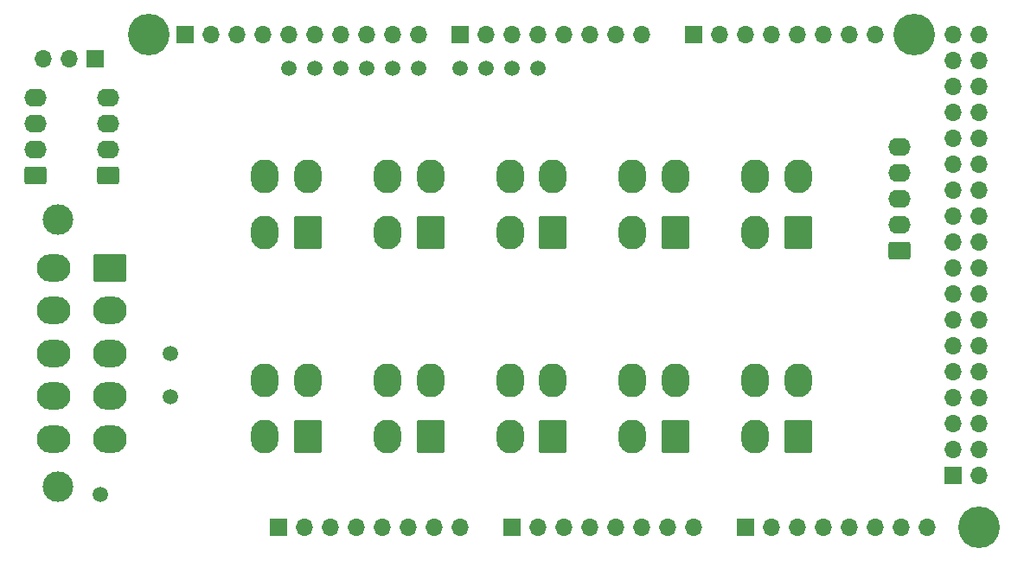
<source format=gbr>
%TF.GenerationSoftware,KiCad,Pcbnew,(6.0.9)*%
%TF.CreationDate,2023-03-29T11:59:05-08:00*%
%TF.ProjectId,ABSIS_Backlight Controller,41425349-535f-4426-9163-6b6c69676874,6*%
%TF.SameCoordinates,Original*%
%TF.FileFunction,Soldermask,Bot*%
%TF.FilePolarity,Negative*%
%FSLAX46Y46*%
G04 Gerber Fmt 4.6, Leading zero omitted, Abs format (unit mm)*
G04 Created by KiCad (PCBNEW (6.0.9)) date 2023-03-29 11:59:05*
%MOMM*%
%LPD*%
G01*
G04 APERTURE LIST*
G04 Aperture macros list*
%AMRoundRect*
0 Rectangle with rounded corners*
0 $1 Rounding radius*
0 $2 $3 $4 $5 $6 $7 $8 $9 X,Y pos of 4 corners*
0 Add a 4 corners polygon primitive as box body*
4,1,4,$2,$3,$4,$5,$6,$7,$8,$9,$2,$3,0*
0 Add four circle primitives for the rounded corners*
1,1,$1+$1,$2,$3*
1,1,$1+$1,$4,$5*
1,1,$1+$1,$6,$7*
1,1,$1+$1,$8,$9*
0 Add four rect primitives between the rounded corners*
20,1,$1+$1,$2,$3,$4,$5,0*
20,1,$1+$1,$4,$5,$6,$7,0*
20,1,$1+$1,$6,$7,$8,$9,0*
20,1,$1+$1,$8,$9,$2,$3,0*%
G04 Aperture macros list end*
%ADD10C,4.064000*%
%ADD11RoundRect,0.250000X0.845000X-0.620000X0.845000X0.620000X-0.845000X0.620000X-0.845000X-0.620000X0*%
%ADD12O,2.190000X1.740000*%
%ADD13C,1.500000*%
%ADD14R,1.700000X1.700000*%
%ADD15O,1.700000X1.700000*%
%ADD16C,3.000000*%
%ADD17RoundRect,0.250001X-1.399999X1.099999X-1.399999X-1.099999X1.399999X-1.099999X1.399999X1.099999X0*%
%ADD18O,3.300000X2.700000*%
%ADD19RoundRect,0.250001X1.099999X1.399999X-1.099999X1.399999X-1.099999X-1.399999X1.099999X-1.399999X0*%
%ADD20O,2.700000X3.300000*%
G04 APERTURE END LIST*
D10*
%TO.C,MK3*%
X96520000Y2540000D03*
%TD*%
%TO.C,MK4*%
X15240000Y50800000D03*
%TD*%
%TO.C,MK6*%
X90170000Y50800000D03*
%TD*%
D11*
%TO.C,J14*%
X88770000Y29560000D03*
D12*
X88770000Y32100000D03*
X88770000Y34640000D03*
X88770000Y37180000D03*
X88770000Y39720000D03*
%TD*%
D13*
%TO.C,TP1*%
X10524000Y5688000D03*
%TD*%
%TO.C,TP2*%
X17336000Y19494000D03*
%TD*%
%TO.C,TP4*%
X17399000Y15304000D03*
%TD*%
%TO.C,11*%
X45720000Y47498000D03*
%TD*%
%TO.C,6*%
X31496000Y47498000D03*
%TD*%
%TO.C,TP5*%
X28956000Y47498000D03*
%TD*%
%TO.C,12*%
X48260000Y47498000D03*
%TD*%
%TO.C,10*%
X41656000Y47498000D03*
%TD*%
%TO.C,9*%
X39116000Y47498000D03*
%TD*%
%TO.C,13*%
X50800000Y47498000D03*
%TD*%
%TO.C,8*%
X36576000Y47498000D03*
%TD*%
%TO.C,TP14*%
X53340000Y47498000D03*
%TD*%
%TO.C,7*%
X34036000Y47498000D03*
%TD*%
D14*
%TO.C,J16*%
X10016000Y48360000D03*
D15*
X7476000Y48360000D03*
X4936000Y48360000D03*
%TD*%
D11*
%TO.C,J12*%
X4174000Y36930000D03*
D12*
X4174000Y39470000D03*
X4174000Y42010000D03*
X4174000Y44550000D03*
%TD*%
D11*
%TO.C,J13*%
X11286000Y36930000D03*
D12*
X11286000Y39470000D03*
X11286000Y42010000D03*
X11286000Y44550000D03*
%TD*%
D16*
%TO.C,J1*%
X6390000Y32640000D03*
X6390000Y6440000D03*
D17*
X11430000Y27940000D03*
D18*
X11430000Y23740000D03*
X11430000Y19540000D03*
X11430000Y15340000D03*
X11430000Y11140000D03*
X5930000Y27940000D03*
X5930000Y23740000D03*
X5930000Y19540000D03*
X5930000Y15340000D03*
X5930000Y11140000D03*
%TD*%
D14*
%TO.C,P1*%
X93980000Y7620000D03*
D15*
X96520000Y7620000D03*
X93980000Y10160000D03*
X96520000Y10160000D03*
X93980000Y12700000D03*
X96520000Y12700000D03*
X93980000Y15240000D03*
X96520000Y15240000D03*
X93980000Y17780000D03*
X96520000Y17780000D03*
X93980000Y20320000D03*
X96520000Y20320000D03*
X93980000Y22860000D03*
X96520000Y22860000D03*
X93980000Y25400000D03*
X96520000Y25400000D03*
X93980000Y27940000D03*
X96520000Y27940000D03*
X93980000Y30480000D03*
X96520000Y30480000D03*
X93980000Y33020000D03*
X96520000Y33020000D03*
X93980000Y35560000D03*
X96520000Y35560000D03*
X93980000Y38100000D03*
X96520000Y38100000D03*
X93980000Y40640000D03*
X96520000Y40640000D03*
X93980000Y43180000D03*
X96520000Y43180000D03*
X93980000Y45720000D03*
X96520000Y45720000D03*
X93980000Y48260000D03*
X96520000Y48260000D03*
X93980000Y50800000D03*
X96520000Y50800000D03*
%TD*%
D14*
%TO.C,P2*%
X27940000Y2540000D03*
D15*
X30480000Y2540000D03*
X33020000Y2540000D03*
X35560000Y2540000D03*
X38100000Y2540000D03*
X40640000Y2540000D03*
X43180000Y2540000D03*
X45720000Y2540000D03*
%TD*%
D14*
%TO.C,P3*%
X50800000Y2540000D03*
D15*
X53340000Y2540000D03*
X55880000Y2540000D03*
X58420000Y2540000D03*
X60960000Y2540000D03*
X63500000Y2540000D03*
X66040000Y2540000D03*
X68580000Y2540000D03*
%TD*%
D14*
%TO.C,P4*%
X73660000Y2540000D03*
D15*
X76200000Y2540000D03*
X78740000Y2540000D03*
X81280000Y2540000D03*
X83820000Y2540000D03*
X86360000Y2540000D03*
X88900000Y2540000D03*
X91440000Y2540000D03*
%TD*%
D14*
%TO.C,P6*%
X45720000Y50800000D03*
D15*
X48260000Y50800000D03*
X50800000Y50800000D03*
X53340000Y50800000D03*
X55880000Y50800000D03*
X58420000Y50800000D03*
X60960000Y50800000D03*
X63500000Y50800000D03*
%TD*%
D14*
%TO.C,P7*%
X68580000Y50800000D03*
D15*
X71120000Y50800000D03*
X73660000Y50800000D03*
X76200000Y50800000D03*
X78740000Y50800000D03*
X81280000Y50800000D03*
X83820000Y50800000D03*
X86360000Y50800000D03*
%TD*%
D14*
%TO.C,P5*%
X18796000Y50800000D03*
D15*
X21336000Y50800000D03*
X23876000Y50800000D03*
X26416000Y50800000D03*
X28956000Y50800000D03*
X31496000Y50800000D03*
X34036000Y50800000D03*
X36576000Y50800000D03*
X39116000Y50800000D03*
X41656000Y50800000D03*
%TD*%
D19*
%TO.C,J3*%
X42820000Y31360000D03*
D20*
X38620000Y31360000D03*
X42820000Y36860000D03*
X38620000Y36860000D03*
%TD*%
D19*
%TO.C,J4*%
X54820000Y31360000D03*
D20*
X50620000Y31360000D03*
X54820000Y36860000D03*
X50620000Y36860000D03*
%TD*%
D19*
%TO.C,J5*%
X66820000Y31360000D03*
D20*
X62620000Y31360000D03*
X66820000Y36860000D03*
X62620000Y36860000D03*
%TD*%
D19*
%TO.C,J6*%
X78820000Y31360000D03*
D20*
X74620000Y31360000D03*
X78820000Y36860000D03*
X74620000Y36860000D03*
%TD*%
D19*
%TO.C,J7*%
X30820000Y11360000D03*
D20*
X26620000Y11360000D03*
X30820000Y16860000D03*
X26620000Y16860000D03*
%TD*%
D19*
%TO.C,J8*%
X42820000Y11360000D03*
D20*
X38620000Y11360000D03*
X42820000Y16860000D03*
X38620000Y16860000D03*
%TD*%
D19*
%TO.C,J9*%
X54820000Y11360000D03*
D20*
X50620000Y11360000D03*
X54820000Y16860000D03*
X50620000Y16860000D03*
%TD*%
D19*
%TO.C,J10*%
X66820000Y11360000D03*
D20*
X62620000Y11360000D03*
X66820000Y16860000D03*
X62620000Y16860000D03*
%TD*%
D19*
%TO.C,J11*%
X78820000Y11360000D03*
D20*
X74620000Y11360000D03*
X78820000Y16860000D03*
X74620000Y16860000D03*
%TD*%
D19*
%TO.C,J2*%
X30820000Y31360000D03*
D20*
X26620000Y31360000D03*
X30820000Y36860000D03*
X26620000Y36860000D03*
%TD*%
M02*

</source>
